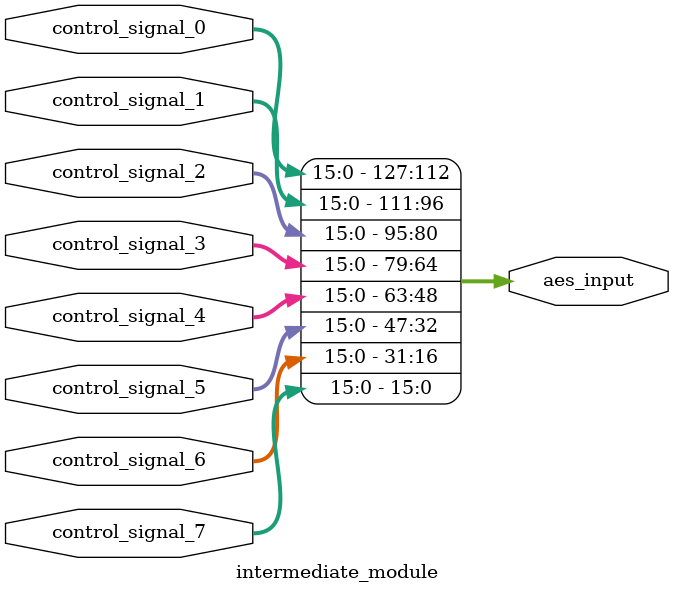
<source format=v>
module intermediate_module (
    input [15:0] control_signal_0,
    input [15:0] control_signal_1,
    input [15:0] control_signal_2,
    input [15:0] control_signal_3,
    input [15:0] control_signal_4,
    input [15:0] control_signal_5,
    input [15:0] control_signal_6,
    input [15:0] control_signal_7,
    output reg [127:0] aes_input
);
    always @(*) begin
        aes_input = {control_signal_0, control_signal_1, control_signal_2, control_signal_3,
                     control_signal_4, control_signal_5, control_signal_6, control_signal_7};
    end
endmodule

</source>
